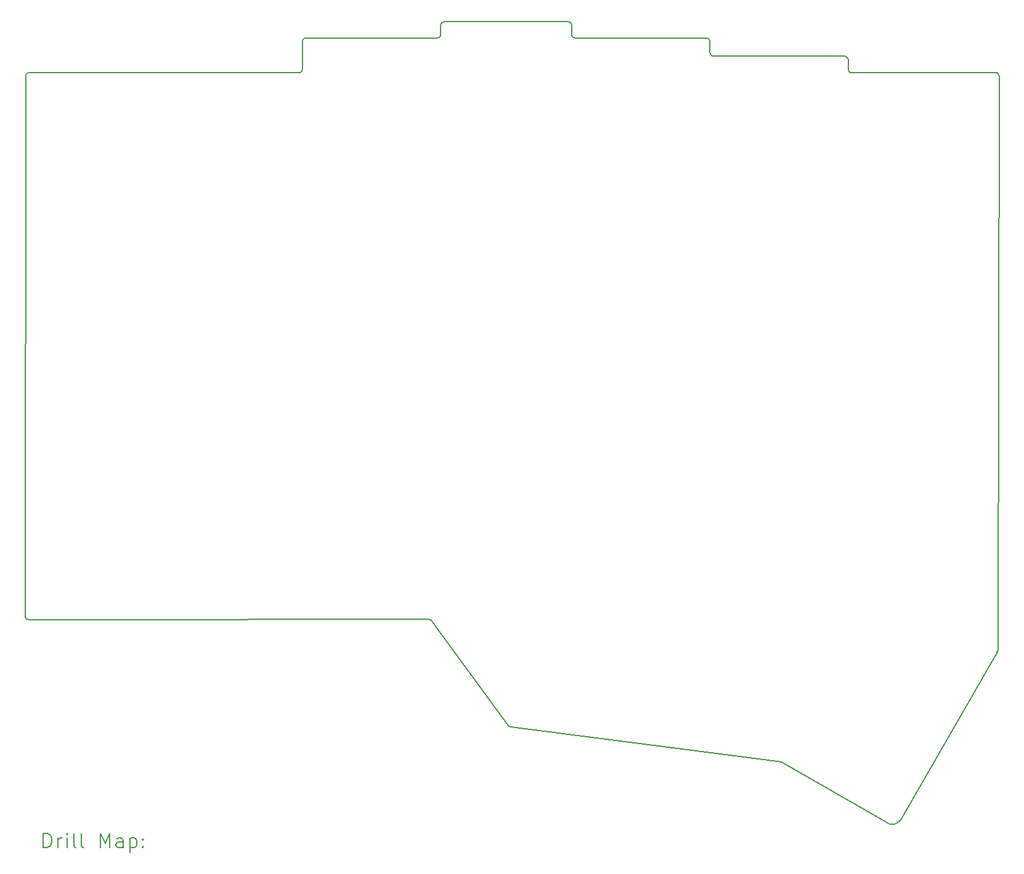
<source format=gbr>
%TF.GenerationSoftware,KiCad,Pcbnew,8.0.5*%
%TF.CreationDate,2024-10-13T19:50:44+02:00*%
%TF.ProjectId,corne-backplate,636f726e-652d-4626-9163-6b706c617465,2.0*%
%TF.SameCoordinates,Original*%
%TF.FileFunction,Drillmap*%
%TF.FilePolarity,Positive*%
%FSLAX45Y45*%
G04 Gerber Fmt 4.5, Leading zero omitted, Abs format (unit mm)*
G04 Created by KiCad (PCBNEW 8.0.5) date 2024-10-13 19:50:44*
%MOMM*%
%LPD*%
G01*
G04 APERTURE LIST*
%ADD10C,0.200000*%
G04 APERTURE END LIST*
D10*
X12595925Y-3678136D02*
X12606085Y-3688042D01*
X6861279Y-11237758D02*
X6849595Y-11229122D01*
X8765863Y-3007830D02*
X8752909Y-3000972D01*
X5076009Y-3677882D02*
X5083121Y-3664928D01*
X8805995Y-3213062D02*
X8819203Y-3220174D01*
X14648112Y-11623128D02*
X14649890Y-11604840D01*
X7942048Y-12697241D02*
X7950938Y-12698003D01*
X8819203Y-3220174D02*
X8835967Y-3222968D01*
X14640238Y-11655132D02*
X14644810Y-11639638D01*
X13225751Y-14033279D02*
X13240991Y-14028199D01*
X13305761Y-13976129D02*
X14628337Y-11682766D01*
X5083121Y-3664928D02*
X5085915Y-3648164D01*
X10636063Y-3222968D02*
X10041196Y-3222968D01*
X5088963Y-3256242D02*
X5085915Y-3273006D01*
X12586019Y-3647910D02*
X12589067Y-3665182D01*
X8735891Y-2997924D02*
X8735891Y-2997924D01*
X8785929Y-3047962D02*
X8783135Y-3030944D01*
X13190191Y-14037851D02*
X13208987Y-14036581D01*
X5035877Y-3697948D02*
X5053149Y-3695154D01*
X11651206Y-13179840D02*
X11633934Y-13177046D01*
X13139391Y-14027945D02*
X13154631Y-14033025D01*
X1285985Y-11202960D02*
X1296145Y-11213120D01*
X10706167Y-3462998D02*
X10719121Y-3470110D01*
X1318844Y-3700996D02*
X1305891Y-3708108D01*
X6849595Y-11229122D02*
X6834863Y-11223788D01*
X13288706Y-13995994D02*
X13298358Y-13985072D01*
X14650783Y-3718014D02*
X14640877Y-3707854D01*
X5135953Y-3222968D02*
X5118935Y-3226016D01*
X6834863Y-11223788D02*
X6825973Y-11221000D01*
X6986087Y-3172930D02*
X6986087Y-3172930D01*
X1295985Y-3718268D02*
X1288873Y-3731222D01*
X8752909Y-3000972D02*
X8735891Y-2997924D01*
X6241106Y-3222968D02*
X5135953Y-3222968D01*
X6995993Y-3018244D02*
X6988881Y-3031198D01*
X13253908Y-14021902D02*
X13266608Y-14014536D01*
X6986087Y-3047962D02*
X6985833Y-3172930D01*
X7018853Y-3000972D02*
X7005899Y-3008084D01*
X6861279Y-11237758D02*
X7915632Y-12683271D01*
X8788977Y-3190202D02*
X8796089Y-3203156D01*
X8785929Y-3172930D02*
X8785929Y-3047962D01*
X6966021Y-3213062D02*
X6976181Y-3202902D01*
X7005899Y-3008084D02*
X6995993Y-3018244D01*
X8835967Y-3222968D02*
X8835967Y-3222968D01*
X13298358Y-13985072D02*
X13304454Y-13976690D01*
X10675941Y-3243034D02*
X10665781Y-3232874D01*
X14627669Y-3700996D02*
X14610905Y-3697948D01*
X12552745Y-3475952D02*
X12535981Y-3472904D01*
X6988881Y-3031198D02*
X6986087Y-3047962D01*
X14641037Y-11655080D02*
X14645863Y-11639332D01*
X14628337Y-11682766D02*
X14635195Y-11669304D01*
X1326116Y-11223026D02*
X1326116Y-11223026D01*
X14649890Y-11604840D02*
X14650144Y-11595442D01*
X10696007Y-3453092D02*
X10706167Y-3462998D01*
X6986087Y-3047962D02*
X6986087Y-3047962D01*
X12606085Y-3688042D02*
X12619039Y-3695154D01*
X8735891Y-2997924D02*
X7035871Y-2997924D01*
X1305891Y-3708108D02*
X1295985Y-3718268D01*
X6825973Y-11221000D02*
X6230090Y-11221000D01*
X14635195Y-11669304D02*
X14641037Y-11655080D01*
X14650943Y-11604026D02*
X14650943Y-11595644D01*
X5105981Y-3233128D02*
X5095821Y-3243288D01*
X10683053Y-3255988D02*
X10675941Y-3243034D01*
X13290521Y-13995179D02*
X13299919Y-13984257D01*
X13224698Y-14033332D02*
X13240192Y-14028252D01*
X13278292Y-14005900D02*
X13288706Y-13995994D01*
X13255469Y-14021595D02*
X13267915Y-14014229D01*
X8785929Y-3172930D02*
X8788977Y-3190202D01*
X1347250Y-3697948D02*
X1318844Y-3700996D01*
X10041196Y-3222968D02*
X8835967Y-3222968D01*
X1286079Y-3747986D02*
X1276079Y-11172988D01*
X7950938Y-12698003D02*
X11617932Y-13175014D01*
X13112975Y-14014229D02*
X13125421Y-14021595D01*
X13124622Y-14021648D02*
X13138338Y-14027998D01*
X13266608Y-14014536D02*
X13278292Y-14005900D01*
X5085915Y-3648164D02*
X5085915Y-3647910D01*
X14660943Y-3747986D02*
X14650943Y-11595644D01*
X13189138Y-14037904D02*
X13207934Y-14036634D01*
X6983039Y-3189948D02*
X6986087Y-3172930D01*
X10719121Y-3470110D02*
X10735885Y-3472904D01*
X7035871Y-2997924D02*
X7018853Y-3000972D01*
X5095821Y-3243288D02*
X5088963Y-3256242D01*
X6976181Y-3202902D02*
X6983039Y-3189948D01*
X12636057Y-3697948D02*
X12636057Y-3697948D01*
X10688895Y-3440138D02*
X10696007Y-3453092D01*
X11683464Y-13187968D02*
X11667716Y-13183650D01*
X11667716Y-13183650D02*
X11651206Y-13179840D01*
X14649165Y-11622568D02*
X14650943Y-11604026D01*
X10686101Y-3423120D02*
X10686101Y-3273006D01*
X11633934Y-13177046D02*
X11617932Y-13175014D01*
X13171395Y-14036581D02*
X13190191Y-14037851D01*
X12535981Y-3472904D02*
X10735885Y-3472904D01*
X12586019Y-3522942D02*
X12582971Y-3505924D01*
X6953067Y-3220174D02*
X6966021Y-3213062D01*
X12589067Y-3665182D02*
X12595925Y-3678136D01*
X14657895Y-3730968D02*
X14650783Y-3718014D01*
X10665781Y-3232874D02*
X10652827Y-3226016D01*
X7915632Y-12683271D02*
X7927062Y-12691907D01*
X14660943Y-3747986D02*
X14657895Y-3730968D01*
X13207934Y-14036634D02*
X13224698Y-14033332D01*
X13267915Y-14014229D02*
X13280107Y-14004831D01*
X13208987Y-14036581D02*
X13225751Y-14033279D01*
X5066103Y-3688042D02*
X5076009Y-3677882D01*
X13154631Y-14033025D02*
X13171395Y-14036581D01*
X13280107Y-14004831D02*
X13290521Y-13995179D01*
X8783135Y-3030944D02*
X8776023Y-3017990D01*
X1296145Y-11213120D02*
X1309098Y-11219978D01*
X14645863Y-11639332D02*
X14649165Y-11622568D01*
X13240192Y-14028252D02*
X13253908Y-14021902D01*
X14634142Y-11669610D02*
X14640238Y-11655132D01*
X7927062Y-12691907D02*
X7942048Y-12697241D01*
X13170342Y-14036380D02*
X13189138Y-14037904D01*
X12575859Y-3492970D02*
X12565953Y-3483064D01*
X13111922Y-14014028D02*
X13124622Y-14021648D01*
X5085915Y-3273006D02*
X5085915Y-3647910D01*
X12586019Y-3522942D02*
X12586019Y-3647910D01*
X10686101Y-3423120D02*
X10688895Y-3440138D01*
X2431015Y-11223534D02*
X6230090Y-11221000D01*
X5053149Y-3695154D02*
X5066103Y-3688042D01*
X1276079Y-11172988D02*
X1278873Y-11190006D01*
X12582971Y-3505924D02*
X12575859Y-3492970D01*
X12565953Y-3483064D02*
X12552745Y-3475952D01*
X1278873Y-11190006D02*
X1285985Y-11202960D01*
X5118935Y-3226016D02*
X5105981Y-3233128D01*
X1286079Y-3747986D02*
X1286079Y-3747986D01*
X1309098Y-11219978D02*
X1326116Y-11223026D01*
X5035877Y-3697948D02*
X1347250Y-3697948D01*
X6936049Y-3222968D02*
X6953067Y-3220174D01*
X13305507Y-13976637D02*
X13305761Y-13976129D01*
X13125421Y-14021595D02*
X13139391Y-14027945D01*
X11683464Y-13187968D02*
X13112975Y-14014229D01*
X8776023Y-3017990D02*
X8765863Y-3007830D01*
X13153578Y-14033078D02*
X13170342Y-14036380D01*
X14627284Y-11682818D02*
X14634142Y-11669610D01*
X13240991Y-14028199D02*
X13255469Y-14021595D01*
X13304454Y-13976690D02*
X13304962Y-13976182D01*
X14640877Y-3707854D02*
X14627669Y-3700996D01*
X14610905Y-3697948D02*
X12636057Y-3697948D01*
X2431015Y-11223534D02*
X1326116Y-11223026D01*
X13299919Y-13984257D02*
X13305507Y-13976637D01*
X13138338Y-14027998D02*
X13153578Y-14033078D01*
X10686101Y-3273006D02*
X10683053Y-3255988D01*
X1288873Y-3731222D02*
X1286079Y-3747986D01*
X14644810Y-11639638D02*
X14648112Y-11623128D01*
X12619039Y-3695154D02*
X12636057Y-3697948D01*
X10652827Y-3226016D02*
X10636063Y-3222968D01*
X8796089Y-3203156D02*
X8805995Y-3213062D01*
X6936049Y-3222968D02*
X6241106Y-3222968D01*
X1526855Y-14359388D02*
X1526855Y-14159388D01*
X1526855Y-14159388D02*
X1574474Y-14159388D01*
X1574474Y-14159388D02*
X1603046Y-14168911D01*
X1603046Y-14168911D02*
X1622093Y-14187959D01*
X1622093Y-14187959D02*
X1631617Y-14207007D01*
X1631617Y-14207007D02*
X1641141Y-14245102D01*
X1641141Y-14245102D02*
X1641141Y-14273673D01*
X1641141Y-14273673D02*
X1631617Y-14311768D01*
X1631617Y-14311768D02*
X1622093Y-14330816D01*
X1622093Y-14330816D02*
X1603046Y-14349864D01*
X1603046Y-14349864D02*
X1574474Y-14359388D01*
X1574474Y-14359388D02*
X1526855Y-14359388D01*
X1726855Y-14359388D02*
X1726855Y-14226054D01*
X1726855Y-14264149D02*
X1736379Y-14245102D01*
X1736379Y-14245102D02*
X1745903Y-14235578D01*
X1745903Y-14235578D02*
X1764950Y-14226054D01*
X1764950Y-14226054D02*
X1783998Y-14226054D01*
X1850665Y-14359388D02*
X1850665Y-14226054D01*
X1850665Y-14159388D02*
X1841141Y-14168911D01*
X1841141Y-14168911D02*
X1850665Y-14178435D01*
X1850665Y-14178435D02*
X1860189Y-14168911D01*
X1860189Y-14168911D02*
X1850665Y-14159388D01*
X1850665Y-14159388D02*
X1850665Y-14178435D01*
X1974474Y-14359388D02*
X1955427Y-14349864D01*
X1955427Y-14349864D02*
X1945903Y-14330816D01*
X1945903Y-14330816D02*
X1945903Y-14159388D01*
X2079236Y-14359388D02*
X2060189Y-14349864D01*
X2060189Y-14349864D02*
X2050665Y-14330816D01*
X2050665Y-14330816D02*
X2050665Y-14159388D01*
X2307808Y-14359388D02*
X2307808Y-14159388D01*
X2307808Y-14159388D02*
X2374474Y-14302245D01*
X2374474Y-14302245D02*
X2441141Y-14159388D01*
X2441141Y-14159388D02*
X2441141Y-14359388D01*
X2622093Y-14359388D02*
X2622093Y-14254626D01*
X2622093Y-14254626D02*
X2612570Y-14235578D01*
X2612570Y-14235578D02*
X2593522Y-14226054D01*
X2593522Y-14226054D02*
X2555427Y-14226054D01*
X2555427Y-14226054D02*
X2536379Y-14235578D01*
X2622093Y-14349864D02*
X2603046Y-14359388D01*
X2603046Y-14359388D02*
X2555427Y-14359388D01*
X2555427Y-14359388D02*
X2536379Y-14349864D01*
X2536379Y-14349864D02*
X2526855Y-14330816D01*
X2526855Y-14330816D02*
X2526855Y-14311768D01*
X2526855Y-14311768D02*
X2536379Y-14292721D01*
X2536379Y-14292721D02*
X2555427Y-14283197D01*
X2555427Y-14283197D02*
X2603046Y-14283197D01*
X2603046Y-14283197D02*
X2622093Y-14273673D01*
X2717332Y-14226054D02*
X2717332Y-14426054D01*
X2717332Y-14235578D02*
X2736379Y-14226054D01*
X2736379Y-14226054D02*
X2774474Y-14226054D01*
X2774474Y-14226054D02*
X2793522Y-14235578D01*
X2793522Y-14235578D02*
X2803046Y-14245102D01*
X2803046Y-14245102D02*
X2812570Y-14264149D01*
X2812570Y-14264149D02*
X2812570Y-14321292D01*
X2812570Y-14321292D02*
X2803046Y-14340340D01*
X2803046Y-14340340D02*
X2793522Y-14349864D01*
X2793522Y-14349864D02*
X2774474Y-14359388D01*
X2774474Y-14359388D02*
X2736379Y-14359388D01*
X2736379Y-14359388D02*
X2717332Y-14349864D01*
X2898284Y-14340340D02*
X2907808Y-14349864D01*
X2907808Y-14349864D02*
X2898284Y-14359388D01*
X2898284Y-14359388D02*
X2888760Y-14349864D01*
X2888760Y-14349864D02*
X2898284Y-14340340D01*
X2898284Y-14340340D02*
X2898284Y-14359388D01*
X2898284Y-14235578D02*
X2907808Y-14245102D01*
X2907808Y-14245102D02*
X2898284Y-14254626D01*
X2898284Y-14254626D02*
X2888760Y-14245102D01*
X2888760Y-14245102D02*
X2898284Y-14235578D01*
X2898284Y-14235578D02*
X2898284Y-14254626D01*
M02*

</source>
